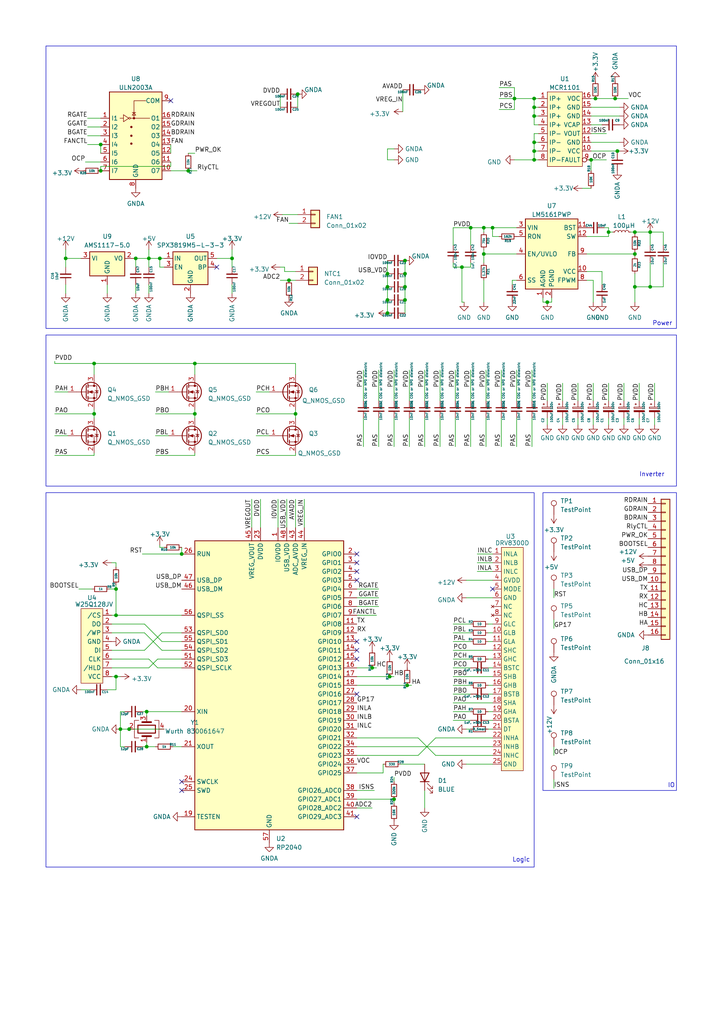
<source format=kicad_sch>
(kicad_sch (version 20230121) (generator eeschema)
  (paper "A4" portrait)
  (junction (at 154.94 46.355))
  (junction (at 154.94 31.115))
  (junction (at 19.05 74.93))
  (junction (at 172.72 28.575))
  (junction (at 83.82 81.28))
  (junction (at 56.515 120.015))
  (junction (at 154.94 33.655))
  (junction (at 43.18 74.93))
  (junction (at 112.395 79.375))
  (junction (at 176.53 67.31))
  (junction (at 117.475 86.995))
  (junction (at 117.475 75.565))
  (junction (at 154.94 28.575))
  (junction (at 33.655 196.215))
  (junction (at 133.985 77.47))
  (junction (at 154.94 41.275))
  (junction (at 118.11 198.755))
  (junction (at 29.21 41.91))
  (junction (at 117.475 79.375))
  (junction (at 27.305 105.41))
  (junction (at 184.15 83.185))
  (junction (at 171.45 46.355))
  (junction (at 184.15 73.66))
  (junction (at 113.03 196.215))
  (junction (at 86.36 27.305))
  (junction (at 34.925 211.455))
  (junction (at 112.395 83.185))
  (junction (at 56.515 105.41))
  (junction (at 117.475 83.185))
  (junction (at 29.21 49.53))
  (junction (at 184.15 67.31))
  (junction (at 136.525 66.04))
  (junction (at 158.75 87.63))
  (junction (at 33.655 178.435))
  (junction (at 140.335 66.04))
  (junction (at 114.3 231.775))
  (junction (at 27.305 120.015))
  (junction (at 67.31 74.93))
  (junction (at 142.875 66.04))
  (junction (at 178.435 28.575))
  (junction (at 188.595 83.185))
  (junction (at 140.335 73.66))
  (junction (at 33.655 170.815))
  (junction (at 52.705 160.655))
  (junction (at 149.225 28.575))
  (junction (at 46.355 74.93))
  (junction (at 188.595 67.31))
  (junction (at 107.95 193.675))
  (junction (at 42.545 206.375))
  (junction (at 179.07 43.815))
  (junction (at 39.37 74.93))
  (junction (at 112.395 86.995))
  (junction (at 85.725 120.015))
  (junction (at 154.94 43.815))
  (junction (at 112.395 90.805))
  (junction (at 37.465 211.455))
  (junction (at 54.61 49.53))
  (junction (at 42.545 216.535))
  (no_connect (at 49.53 29.21))
  (no_connect (at 52.705 229.235))
  (no_connect (at 103.505 236.855))
  (no_connect (at 103.505 186.055))
  (no_connect (at 103.505 168.275))
  (no_connect (at 103.505 160.655))
  (no_connect (at 103.505 163.195))
  (no_connect (at 103.505 201.295))
  (no_connect (at 103.505 165.735))
  (no_connect (at 142.875 170.815))
  (no_connect (at 62.865 77.47))
  (no_connect (at 103.505 188.595))
  (no_connect (at 52.705 226.695))
  (no_connect (at 103.505 191.135))
  (wire (pts (xy 144.78 28.575) (xy 149.225 28.575)))
  (wire (pts (xy 103.505 196.215) (xy 113.03 196.215)))
  (wire (pts (xy 141.605 198.755) (xy 142.875 198.755)))
  (wire (pts (xy 42.545 206.375) (xy 52.705 206.375)))
  (wire (pts (xy 32.385 191.135) (xy 43.18 191.135)))
  (wire (pts (xy 154.94 31.115) (xy 154.94 33.655)))
  (wire (pts (xy 56.515 105.41) (xy 85.725 105.41)))
  (wire (pts (xy 117.475 79.375) (xy 117.475 83.185)))
  (wire (pts (xy 112.395 46.355) (xy 114.3 46.355)))
  (wire (pts (xy 182.88 67.31) (xy 184.15 67.31)))
  (wire (pts (xy 184.15 67.31) (xy 184.15 67.945)))
  (wire (pts (xy 140.335 81.28) (xy 140.335 87.63)))
  (wire (pts (xy 46.355 158.115) (xy 46.355 158.75)))
  (wire (pts (xy 136.525 107.315) (xy 136.525 116.205)))
  (wire (pts (xy 188.595 83.185) (xy 192.405 83.185)))
  (wire (pts (xy 34.925 206.375) (xy 34.925 211.455)))
  (wire (pts (xy 56.515 105.41) (xy 56.515 108.585)))
  (wire (pts (xy 136.525 77.47) (xy 136.525 76.2)))
  (wire (pts (xy 22.86 170.815) (xy 26.67 170.815)))
  (wire (pts (xy 34.925 211.455) (xy 37.465 211.455)))
  (wire (pts (xy 131.445 77.47) (xy 131.445 76.2)))
  (wire (pts (xy 154.94 38.735) (xy 154.94 41.275)))
  (wire (pts (xy 184.15 83.185) (xy 188.595 83.185)))
  (wire (pts (xy 172.72 28.575) (xy 178.435 28.575)))
  (wire (pts (xy 184.15 79.375) (xy 184.15 83.185)))
  (wire (pts (xy 45.085 132.08) (xy 56.515 132.08)))
  (wire (pts (xy 81.28 81.28) (xy 83.82 81.28)))
  (wire (pts (xy 81.28 27.305) (xy 81.28 31.115)))
  (wire (pts (xy 131.445 180.975) (xy 136.525 180.975)))
  (wire (pts (xy 112.395 46.355) (xy 112.395 43.18)))
  (wire (pts (xy 85.725 105.41) (xy 85.725 108.585)))
  (wire (pts (xy 39.37 74.93) (xy 43.18 74.93)))
  (wire (pts (xy 154.94 38.735) (xy 156.21 38.735)))
  (wire (pts (xy 49.53 49.53) (xy 54.61 49.53)))
  (wire (pts (xy 154.94 41.275) (xy 154.94 43.815)))
  (wire (pts (xy 121.285 213.995) (xy 126.365 219.075)))
  (wire (pts (xy 116.205 221.615) (xy 123.19 221.615)))
  (wire (pts (xy 184.15 83.185) (xy 184.15 87.63)))
  (wire (pts (xy 74.295 113.665) (xy 78.105 113.665)))
  (wire (pts (xy 113.03 196.215) (xy 114.3 196.215)))
  (wire (pts (xy 32.385 193.675) (xy 43.18 193.675)))
  (wire (pts (xy 141.605 186.055) (xy 142.875 186.055)))
  (wire (pts (xy 170.18 73.66) (xy 184.15 73.66)))
  (wire (pts (xy 27.305 120.015) (xy 27.305 121.285)))
  (wire (pts (xy 54.61 44.45) (xy 56.515 44.45)))
  (wire (pts (xy 15.875 120.015) (xy 27.305 120.015)))
  (wire (pts (xy 33.655 169.545) (xy 33.655 170.815)))
  (wire (pts (xy 163.195 121.285) (xy 163.195 123.19)))
  (wire (pts (xy 176.53 111.125) (xy 176.53 116.205)))
  (wire (pts (xy 15.875 104.775) (xy 15.875 105.41)))
  (wire (pts (xy 184.15 73.66) (xy 184.15 74.295)))
  (wire (pts (xy 103.505 229.235) (xy 108.585 229.235)))
  (wire (pts (xy 160.655 182.245) (xy 160.655 179.705)))
  (wire (pts (xy 184.15 73.025) (xy 184.15 73.66)))
  (wire (pts (xy 184.15 67.31) (xy 188.595 67.31)))
  (wire (pts (xy 103.505 231.775) (xy 114.3 231.775)))
  (wire (pts (xy 52.705 158.75) (xy 52.705 160.655)))
  (wire (pts (xy 112.395 79.375) (xy 112.395 83.185)))
  (wire (pts (xy 180.975 123.19) (xy 180.975 121.285)))
  (wire (pts (xy 160.655 228.6) (xy 160.655 226.06)))
  (wire (pts (xy 154.305 107.315) (xy 154.305 116.205)))
  (wire (pts (xy 171.45 43.815) (xy 179.07 43.815)))
  (wire (pts (xy 114.3 107.315) (xy 114.3 116.205)))
  (wire (pts (xy 82.55 78.74) (xy 85.725 78.74)))
  (wire (pts (xy 19.05 74.93) (xy 23.495 74.93)))
  (wire (pts (xy 34.925 196.215) (xy 33.655 196.215)))
  (wire (pts (xy 15.875 132.08) (xy 27.305 132.08)))
  (wire (pts (xy 49.53 46.99) (xy 49.53 48.26)))
  (wire (pts (xy 149.225 28.575) (xy 154.94 28.575)))
  (wire (pts (xy 160.655 219.075) (xy 160.655 216.535)))
  (wire (pts (xy 188.595 76.2) (xy 188.595 83.185)))
  (wire (pts (xy 41.275 160.655) (xy 52.705 160.655)))
  (wire (pts (xy 188.595 67.31) (xy 188.595 71.12)))
  (wire (pts (xy 50.165 216.535) (xy 52.705 216.535)))
  (wire (pts (xy 176.53 67.31) (xy 177.8 67.31)))
  (wire (pts (xy 38.735 74.93) (xy 39.37 74.93)))
  (wire (pts (xy 32.385 188.595) (xy 41.91 188.595)))
  (wire (pts (xy 144.78 25.4) (xy 149.225 25.4)))
  (wire (pts (xy 180.975 111.125) (xy 180.975 116.205)))
  (wire (pts (xy 131.445 208.915) (xy 136.525 208.915)))
  (wire (pts (xy 170.18 68.58) (xy 176.53 68.58)))
  (wire (pts (xy 49.53 41.91) (xy 49.53 44.45)))
  (wire (pts (xy 145.415 107.315) (xy 145.415 116.205)))
  (wire (pts (xy 140.335 72.39) (xy 140.335 73.66)))
  (wire (pts (xy 32.385 183.515) (xy 41.91 183.515)))
  (wire (pts (xy 45.72 193.675) (xy 52.705 193.675)))
  (wire (pts (xy 83.82 81.28) (xy 85.725 81.28)))
  (wire (pts (xy 131.445 206.375) (xy 136.525 206.375)))
  (wire (pts (xy 174.625 78.74) (xy 174.625 82.55)))
  (wire (pts (xy 172.085 81.28) (xy 172.085 87.63)))
  (wire (pts (xy 32.385 163.195) (xy 33.655 163.195)))
  (wire (pts (xy 118.745 121.285) (xy 118.745 129.54)))
  (wire (pts (xy 116.84 26.035) (xy 116.84 32.385)))
  (wire (pts (xy 168.91 54.61) (xy 171.45 54.61)))
  (wire (pts (xy 32.385 180.975) (xy 41.91 180.975)))
  (wire (pts (xy 45.085 113.665) (xy 48.895 113.665)))
  (wire (pts (xy 27.305 132.08) (xy 27.305 131.445)))
  (wire (pts (xy 149.225 31.75) (xy 144.78 31.75)))
  (wire (pts (xy 126.365 213.995) (xy 121.285 219.075)))
  (wire (pts (xy 171.45 41.275) (xy 179.705 41.275)))
  (wire (pts (xy 149.225 28.575) (xy 149.225 31.75)))
  (wire (pts (xy 33.655 196.215) (xy 33.655 200.025)))
  (wire (pts (xy 131.445 66.04) (xy 136.525 66.04)))
  (wire (pts (xy 135.255 173.355) (xy 142.875 173.355)))
  (wire (pts (xy 176.53 67.31) (xy 176.53 68.58)))
  (wire (pts (xy 25.4 36.83) (xy 29.21 36.83)))
  (wire (pts (xy 114.3 121.285) (xy 114.3 129.54)))
  (wire (pts (xy 192.405 76.2) (xy 192.405 83.185)))
  (wire (pts (xy 39.37 82.55) (xy 39.37 85.09)))
  (wire (pts (xy 172.085 121.285) (xy 172.085 123.19)))
  (wire (pts (xy 103.505 219.075) (xy 121.285 219.075)))
  (wire (pts (xy 103.505 213.995) (xy 121.285 213.995)))
  (wire (pts (xy 140.335 66.04) (xy 142.875 66.04)))
  (wire (pts (xy 160.655 173.355) (xy 160.655 170.815)))
  (wire (pts (xy 85.725 144.78) (xy 85.725 153.035)))
  (wire (pts (xy 34.925 211.455) (xy 34.925 216.535)))
  (wire (pts (xy 15.875 126.365) (xy 19.685 126.365)))
  (wire (pts (xy 171.45 46.355) (xy 175.895 46.355)))
  (wire (pts (xy 140.97 121.285) (xy 140.97 129.54)))
  (wire (pts (xy 103.505 224.155) (xy 111.125 224.155)))
  (wire (pts (xy 81.915 62.23) (xy 86.36 62.23)))
  (wire (pts (xy 185.42 123.19) (xy 185.42 121.285)))
  (wire (pts (xy 42.545 206.375) (xy 42.545 207.645)))
  (wire (pts (xy 136.525 66.04) (xy 136.525 71.12)))
  (wire (pts (xy 178.435 28.575) (xy 182.245 28.575)))
  (wire (pts (xy 73.025 144.78) (xy 73.025 153.035)))
  (wire (pts (xy 27.305 118.745) (xy 27.305 120.015)))
  (wire (pts (xy 189.865 123.19) (xy 189.865 121.285)))
  (wire (pts (xy 126.365 219.075) (xy 142.875 219.075)))
  (wire (pts (xy 15.875 105.41) (xy 27.305 105.41)))
  (wire (pts (xy 117.475 86.995) (xy 117.475 90.805)))
  (wire (pts (xy 123.19 229.235) (xy 123.19 234.315)))
  (wire (pts (xy 103.505 173.355) (xy 109.855 173.355)))
  (wire (pts (xy 29.21 48.26) (xy 29.21 49.53)))
  (wire (pts (xy 46.355 74.93) (xy 47.625 74.93)))
  (wire (pts (xy 154.94 46.355) (xy 156.21 46.355)))
  (wire (pts (xy 135.255 221.615) (xy 142.875 221.615)))
  (wire (pts (xy 85.725 118.745) (xy 85.725 120.015)))
  (wire (pts (xy 167.64 121.285) (xy 167.64 123.19)))
  (wire (pts (xy 140.335 66.04) (xy 140.335 67.31)))
  (wire (pts (xy 109.855 107.315) (xy 109.855 116.205)))
  (wire (pts (xy 171.45 31.115) (xy 179.705 31.115)))
  (wire (pts (xy 56.515 132.08) (xy 56.515 131.445)))
  (wire (pts (xy 160.02 86.36) (xy 160.02 87.63)))
  (wire (pts (xy 43.18 74.93) (xy 43.18 77.47)))
  (wire (pts (xy 27.305 105.41) (xy 27.305 108.585)))
  (wire (pts (xy 43.18 72.39) (xy 43.18 74.93)))
  (wire (pts (xy 118.745 107.315) (xy 118.745 116.205)))
  (wire (pts (xy 43.18 82.55) (xy 43.18 85.09)))
  (wire (pts (xy 158.75 111.125) (xy 158.75 116.205)))
  (wire (pts (xy 67.31 72.39) (xy 67.31 74.93)))
  (wire (pts (xy 111.125 224.155) (xy 111.125 221.615)))
  (wire (pts (xy 33.655 170.815) (xy 33.655 178.435)))
  (wire (pts (xy 158.75 121.285) (xy 158.75 123.19)))
  (wire (pts (xy 141.605 208.915) (xy 142.875 208.915)))
  (wire (pts (xy 123.19 121.285) (xy 123.19 129.54)))
  (wire (pts (xy 142.875 68.58) (xy 144.78 68.58)))
  (wire (pts (xy 154.94 31.115) (xy 156.21 31.115)))
  (wire (pts (xy 138.43 163.195) (xy 142.875 163.195)))
  (wire (pts (xy 105.41 107.315) (xy 105.41 116.205)))
  (wire (pts (xy 103.505 170.815) (xy 109.855 170.815)))
  (wire (pts (xy 140.335 73.66) (xy 140.335 76.2)))
  (wire (pts (xy 148.59 81.28) (xy 149.86 81.28)))
  (wire (pts (xy 154.94 28.575) (xy 156.21 28.575)))
  (wire (pts (xy 142.875 66.04) (xy 142.875 68.58)))
  (wire (pts (xy 25.4 34.29) (xy 29.21 34.29)))
  (wire (pts (xy 31.75 170.815) (xy 33.655 170.815)))
  (wire (pts (xy 67.31 74.93) (xy 67.31 77.47)))
  (wire (pts (xy 33.655 163.195) (xy 33.655 164.465)))
  (wire (pts (xy 46.99 183.515) (xy 41.91 188.595)))
  (wire (pts (xy 132.08 107.315) (xy 132.08 116.205)))
  (wire (pts (xy 19.05 72.39) (xy 19.05 74.93)))
  (wire (pts (xy 31.115 200.025) (xy 33.655 200.025)))
  (wire (pts (xy 52.705 186.055) (xy 46.99 186.055)))
  (wire (pts (xy 136.525 66.04) (xy 140.335 66.04)))
  (wire (pts (xy 126.365 213.995) (xy 142.875 213.995)))
  (wire (pts (xy 112.395 75.565) (xy 112.395 79.375)))
  (wire (pts (xy 46.99 188.595) (xy 52.705 188.595)))
  (wire (pts (xy 179.07 43.815) (xy 179.705 43.815)))
  (wire (pts (xy 32.385 196.215) (xy 33.655 196.215)))
  (wire (pts (xy 131.445 203.835) (xy 142.875 203.835)))
  (wire (pts (xy 54.61 49.53) (xy 57.15 49.53)))
  (wire (pts (xy 171.45 46.355) (xy 171.45 49.53)))
  (wire (pts (xy 34.925 206.375) (xy 36.195 206.375)))
  (wire (pts (xy 19.05 74.93) (xy 19.05 77.47)))
  (wire (pts (xy 158.75 87.63) (xy 160.02 87.63)))
  (wire (pts (xy 117.475 83.185) (xy 117.475 86.995)))
  (wire (pts (xy 74.295 120.015) (xy 85.725 120.015)))
  (wire (pts (xy 176.53 66.04) (xy 176.53 67.31)))
  (wire (pts (xy 43.18 74.93) (xy 46.355 74.93)))
  (wire (pts (xy 141.605 201.295) (xy 142.875 201.295)))
  (wire (pts (xy 163.195 111.125) (xy 163.195 116.205)))
  (wire (pts (xy 170.18 78.74) (xy 174.625 78.74)))
  (wire (pts (xy 32.385 178.435) (xy 33.655 178.435)))
  (wire (pts (xy 75.565 144.78) (xy 75.565 153.035)))
  (wire (pts (xy 141.605 206.375) (xy 142.875 206.375)))
  (wire (pts (xy 81.28 77.47) (xy 82.55 77.47)))
  (wire (pts (xy 171.45 28.575) (xy 172.72 28.575)))
  (wire (pts (xy 41.275 206.375) (xy 42.545 206.375)))
  (wire (pts (xy 46.99 186.055) (xy 41.91 180.975)))
  (wire (pts (xy 74.295 126.365) (xy 78.105 126.365)))
  (wire (pts (xy 172.085 81.28) (xy 170.18 81.28)))
  (wire (pts (xy 46.355 74.93) (xy 46.355 77.47)))
  (wire (pts (xy 52.705 191.135) (xy 45.72 191.135)))
  (wire (pts (xy 42.545 216.535) (xy 42.545 215.265)))
  (wire (pts (xy 46.355 158.75) (xy 47.625 158.75)))
  (wire (pts (xy 149.225 46.355) (xy 154.94 46.355)))
  (wire (pts (xy 103.505 178.435) (xy 109.22 178.435)))
  (wire (pts (xy 131.445 188.595) (xy 142.875 188.595)))
  (wire (pts (xy 107.95 193.675) (xy 109.22 193.675)))
  (wire (pts (xy 31.115 82.55) (xy 31.115 85.09)))
  (wire (pts (xy 56.515 118.745) (xy 56.515 120.015)))
  (wire (pts (xy 140.335 73.66) (xy 149.86 73.66)))
  (wire (pts (xy 83.185 144.78) (xy 83.185 153.035)))
  (wire (pts (xy 86.36 27.305) (xy 86.36 31.115)))
  (wire (pts (xy 131.445 186.055) (xy 136.525 186.055)))
  (wire (pts (xy 80.645 144.78) (xy 80.645 153.035)))
  (wire (pts (xy 42.545 216.535) (xy 41.275 216.535)))
  (wire (pts (xy 25.4 39.37) (xy 29.21 39.37)))
  (wire (pts (xy 112.395 43.18) (xy 114.3 43.18)))
  (wire (pts (xy 154.94 28.575) (xy 154.94 31.115)))
  (wire (pts (xy 127.635 121.285) (xy 127.635 129.54)))
  (wire (pts (xy 103.505 216.535) (xy 142.875 216.535)))
  (wire (pts (xy 154.94 33.655) (xy 156.21 33.655)))
  (wire (pts (xy 140.97 107.315) (xy 140.97 116.205)))
  (wire (pts (xy 45.72 193.675) (xy 43.18 191.135)))
  (wire (pts (xy 131.445 183.515) (xy 136.525 183.515)))
  (wire (pts (xy 82.55 77.47) (xy 82.55 78.74)))
  (wire (pts (xy 85.725 120.015) (xy 85.725 121.285)))
  (wire (pts (xy 148.59 81.28) (xy 148.59 82.55)))
  (wire (pts (xy 172.085 111.125) (xy 172.085 116.205)))
  (wire (pts (xy 45.72 191.135) (xy 43.18 193.675)))
  (wire (pts (xy 131.445 66.04) (xy 131.445 71.12)))
  (wire (pts (xy 67.31 82.55) (xy 67.31 85.09)))
  (wire (pts (xy 149.86 107.315) (xy 149.86 116.205)))
  (wire (pts (xy 117.475 75.565) (xy 117.475 79.375)))
  (wire (pts (xy 19.05 82.55) (xy 19.05 85.09)))
  (wire (pts (xy 118.11 198.755) (xy 119.38 198.755)))
  (wire (pts (xy 56.515 120.015) (xy 56.515 121.285)))
  (wire (pts (xy 154.305 121.285) (xy 154.305 129.54)))
  (wire (pts (xy 149.225 25.4) (xy 149.225 28.575)))
  (wire (pts (xy 145.415 121.285) (xy 145.415 129.54)))
  (wire (pts (xy 103.505 234.315) (xy 107.95 234.315)))
  (wire (pts (xy 15.875 113.665) (xy 19.685 113.665)))
  (wire (pts (xy 171.45 36.195) (xy 174.625 36.195)))
  (wire (pts (xy 37.465 211.455) (xy 47.625 211.455)))
  (wire (pts (xy 24.765 46.99) (xy 29.21 46.99)))
  (wire (pts (xy 192.405 67.31) (xy 192.405 71.12)))
  (wire (pts (xy 83.82 64.77) (xy 86.36 64.77)))
  (wire (pts (xy 45.085 126.365) (xy 48.895 126.365)))
  (wire (pts (xy 46.355 77.47) (xy 47.625 77.47)))
  (wire (pts (xy 49.53 48.26) (xy 29.21 48.26)))
  (wire (pts (xy 131.445 196.215) (xy 142.875 196.215)))
  (wire (pts (xy 109.855 121.285) (xy 109.855 129.54)))
  (wire (pts (xy 189.865 111.125) (xy 189.865 116.205)))
  (wire (pts (xy 103.505 175.895) (xy 109.855 175.895)))
  (wire (pts (xy 103.505 193.675) (xy 107.95 193.675)))
  (wire (pts (xy 141.605 183.515) (xy 142.875 183.515)))
  (wire (pts (xy 41.91 183.515) (xy 46.99 188.595)))
  (wire (pts (xy 33.655 178.435) (xy 52.705 178.435)))
  (wire (pts (xy 133.985 77.47) (xy 136.525 77.47)))
  (wire (pts (xy 85.725 132.08) (xy 85.725 131.445)))
  (wire (pts (xy 157.48 86.36) (xy 157.48 87.63)))
  (wire (pts (xy 135.255 168.275) (xy 142.875 168.275)))
  (wire (pts (xy 127.635 107.315) (xy 127.635 116.205)))
  (wire (pts (xy 141.605 211.455) (xy 142.875 211.455)))
  (wire (pts (xy 176.53 66.04) (xy 175.26 66.04)))
  (wire (pts (xy 103.505 198.755) (xy 118.11 198.755)))
  (wire (pts (xy 138.43 165.735) (xy 142.875 165.735)))
  (wire (pts (xy 131.445 198.755) (xy 136.525 198.755)))
  (wire (pts (xy 105.41 121.285) (xy 105.41 129.54)))
  (wire (pts (xy 142.875 66.04) (xy 149.86 66.04)))
  (wire (pts (xy 188.595 67.31) (xy 192.405 67.31)))
  (wire (pts (xy 112.395 83.185) (xy 112.395 86.995)))
  (wire (pts (xy 176.53 123.19) (xy 176.53 121.285)))
  (wire (pts (xy 167.64 111.125) (xy 167.64 116.205)))
  (wire (pts (xy 185.42 111.125) (xy 185.42 116.205)))
  (wire (pts (xy 179.07 43.815) (xy 179.07 44.45)))
  (wire (pts (xy 138.43 160.655) (xy 142.875 160.655)))
  (wire (pts (xy 45.085 120.015) (xy 56.515 120.015)))
  (wire (pts (xy 135.255 211.455) (xy 136.525 211.455)))
  (wire (pts (xy 23.495 200.025) (xy 26.035 200.025)))
  (wire (pts (xy 27.305 105.41) (xy 56.515 105.41)))
  (wire (pts (xy 52.705 183.515) (xy 46.99 183.515)))
  (wire (pts (xy 154.94 43.815) (xy 154.94 46.355)))
  (wire (pts (xy 123.19 107.315) (xy 123.19 116.205)))
  (wire (pts (xy 112.395 86.995) (xy 112.395 90.805)))
  (wire (pts (xy 133.985 87.63) (xy 133.985 77.47)))
  (wire (pts (xy 141.605 193.675) (xy 142.875 193.675)))
  (wire (pts (xy 157.48 87.63) (xy 158.75 87.63)))
  (wire (pts (xy 25.4 41.91) (xy 29.21 41.91)))
  (wire (pts (xy 88.265 144.78) (xy 88.265 153.035)))
  (wire (pts (xy 39.37 74.93) (xy 39.37 77.47)))
  (wire (pts (xy 132.08 121.285) (xy 132.08 129.54)))
  (wire (pts (xy 74.295 132.08) (xy 85.725 132.08)))
  (wire (pts (xy 154.94 41.275) (xy 156.21 41.275)))
  (wire (pts (xy 34.925 216.535) (xy 36.195 216.535)))
  (wire (pts (xy 154.94 36.195) (xy 156.21 36.195)))
  (wire (pts (xy 141.605 180.975) (xy 142.875 180.975)))
  (wire (pts (xy 154.94 33.655) (xy 154.94 36.195)))
  (wire (pts (xy 62.865 74.93) (xy 67.31 74.93)))
  (wire (pts (xy 171.45 33.655) (xy 179.705 33.655)))
  (wire (pts (xy 114.3 231.775) (xy 114.3 233.045)))
  (wire (pts (xy 131.445 191.135) (xy 136.525 191.135)))
  (wire (pts (xy 29.21 41.91) (xy 29.21 44.45)))
  (wire (pts (xy 131.445 201.295) (xy 136.525 201.295)))
  (wire (pts (xy 136.525 121.285) (xy 136.525 129.54)))
  (wire (pts (xy 171.45 38.735) (xy 175.895 38.735)))
  (wire (pts (xy 42.545 216.535) (xy 45.085 216.535)))
  (wire (pts (xy 131.445 77.47) (xy 133.985 77.47)))
  (wire (pts (xy 133.985 87.63) (xy 134.62 87.63)))
  (wire (pts (xy 131.445 193.675) (xy 136.525 193.675)))
  (wire (pts (xy 154.94 43.815) (xy 156.21 43.815)))
  (wire (pts (xy 149.86 121.285) (xy 149.86 129.54)))
  (wire (pts (xy 114.3 225.425) (xy 114.3 226.695)))
  (wire (pts (xy 141.605 191.135) (xy 142.875 191.135)))
  (rectangle (start 13.335 13.335) (end 196.215 95.25))
  (rectangle (start 13.335 97.155) (end 196.215 140.97))
  (rectangle (start 13.335 142.875) (end 154.94 251.46))
  (rectangle (start 157.48 142.875) (end 196.215 229.235))
  (text "Inverter" (at 185.42 138.43 0) (effects (font (size 1.27 1.27)) (justify left bottom)))
  (text "IO\n" (at 193.675 228.6 0) (effects (font (size 1.27 1.27)) (justify left bottom)))
  (text "Power\n" (at 189.23 94.615 0) (effects (font (size 1.27 1.27)) (justify left bottom)))
  (text "Logic" (at 148.59 250.19 0) (effects (font (size 1.27 1.27)) (justify left bottom)))
  (label "HC" (at 187.96 176.53 180))
  (label "AVADD" (at 85.725 144.78 270))
  (label "TX" (at 103.505 180.975 0))
  (label "INLB" (at 138.43 163.195 0))
  (label "RDRAIN" (at 49.53 34.29 0))
  (label "PBH" (at 45.085 113.665 0))
  (label "RGATE" (at 25.4 34.29 180))
  (label "PAO" (at 15.875 120.015 0))
  (label "AVADD" (at 116.84 26.035 180))
  (label "PVDD" (at 163.195 111.125 270))
  (label "PVDD" (at 140.97 107.315 270))
  (label "INLA" (at 138.43 165.735 0))
  (label "GDRAIN" (at 187.96 148.59 180))
  (label "RX" (at 103.505 183.515 0))
  (label "BOOTSEL" (at 22.86 170.815 180))
  (label "PVDD" (at 154.305 107.315 270))
  (label "USB_VDD" (at 83.185 144.78 270))
  (label "HA" (at 187.96 181.61 180))
  (label "PCO" (at 74.295 120.015 0))
  (label "GGATE" (at 25.4 36.83 180))
  (label "PAO" (at 131.445 203.835 0))
  (label "PAS" (at 109.855 129.54 90))
  (label "VOC" (at 182.245 28.575 0))
  (label "GGATE" (at 109.855 173.355 180))
  (label "RGATE" (at 109.855 170.815 180))
  (label "OCP" (at 160.655 219.075 0))
  (label "USB_DP" (at 187.96 166.37 180))
  (label "PAS" (at 15.875 132.08 0))
  (label "PAO" (at 131.445 208.915 0))
  (label "DVDD" (at 75.565 144.78 270))
  (label "PVDD" (at 172.085 111.125 270))
  (label "BOOTSEL" (at 187.96 158.75 180))
  (label "VOC" (at 103.505 221.615 0))
  (label "ISNS" (at 175.895 38.735 180))
  (label "BDRAIN" (at 187.96 151.13 180))
  (label "PVDD" (at 118.745 107.315 270))
  (label "PAS" (at 154.305 129.54 90))
  (label "PVDD" (at 109.855 107.315 270))
  (label "ADC2" (at 81.28 81.28 180))
  (label "PAS" (at 118.745 129.54 90))
  (label "ISNS" (at 108.585 229.235 180))
  (label "PVDD" (at 158.75 111.125 270))
  (label "FAN" (at 49.53 41.91 0))
  (label "PVDD" (at 185.42 111.125 270))
  (label "VREG_IN" (at 88.265 144.78 270))
  (label "PWR_OK" (at 56.515 44.45 0))
  (label "PAS" (at 127.635 129.54 90))
  (label "INLB" (at 103.505 208.915 0))
  (label "PVDD" (at 180.975 111.125 270))
  (label "FAN" (at 83.82 64.77 180))
  (label "PAS" (at 145.415 129.54 90))
  (label "PVDD" (at 114.3 107.315 270))
  (label "PCH" (at 131.445 191.135 0))
  (label "PCO" (at 131.445 188.595 0))
  (label "PCS" (at 74.295 132.08 0))
  (label "PAS" (at 140.97 129.54 90))
  (label "PVDD" (at 145.415 107.315 270))
  (label "HB" (at 187.96 179.07 180))
  (label "RlyCTL" (at 187.96 153.67 180))
  (label "PVDD" (at 127.635 107.315 270))
  (label "BGATE" (at 109.855 175.895 180))
  (label "PVDD" (at 131.445 66.04 0))
  (label "PVDD" (at 132.08 107.315 270))
  (label "PVDD" (at 105.41 107.315 270))
  (label "PAS" (at 136.525 129.54 90))
  (label "OCP" (at 24.765 46.99 180))
  (label "PAS" (at 149.86 129.54 90))
  (label "HB" (at 114.3 196.215 0))
  (label "FANCTL" (at 25.4 41.91 180))
  (label "HA" (at 119.38 198.755 0))
  (label "RDRAIN" (at 187.96 146.05 180))
  (label "RST" (at 160.655 173.355 0))
  (label "INLC" (at 138.43 160.655 0))
  (label "USB_VDD" (at 112.395 79.375 180))
  (label "INLA" (at 103.505 206.375 0))
  (label "PVDD" (at 136.525 107.315 270))
  (label "DVDD" (at 81.28 27.305 180))
  (label "GDRAIN" (at 49.53 36.83 0))
  (label "PCO" (at 131.445 193.675 0))
  (label "USB_DM" (at 52.705 170.815 180))
  (label "PAS" (at 114.3 129.54 90))
  (label "PAS" (at 105.41 129.54 90))
  (label "PBS" (at 144.78 28.575 0))
  (label "PAH" (at 15.875 113.665 0))
  (label "IOVDD" (at 112.395 75.565 180))
  (label "PBO" (at 45.085 120.015 0))
  (label "PAL" (at 15.875 126.365 0))
  (label "INLC" (at 103.505 211.455 0))
  (label "PWR_OK" (at 187.96 156.21 180))
  (label "PAS" (at 123.19 129.54 90))
  (label "FANCTL" (at 109.22 178.435 180))
  (label "PAS" (at 144.78 25.4 0))
  (label "ADC2" (at 107.95 234.315 180))
  (label "OCP" (at 175.895 46.355 180))
  (label "PVDD" (at 189.865 111.125 270))
  (label "PBL" (at 45.085 126.365 0))
  (label "RlyCTL" (at 57.15 49.53 0))
  (label "PBH" (at 131.445 198.755 0))
  (label "PBO" (at 131.445 196.215 0))
  (label "PVDD" (at 167.64 111.125 270))
  (label "PVDD" (at 123.19 107.315 270))
  (label "PVDD" (at 114.3 225.425 0))
  (label "HC" (at 109.22 193.675 0))
  (label "TX" (at 187.96 171.45 180))
  (label "PCL" (at 131.445 180.975 0))
  (label "PVDD" (at 15.875 104.775 0))
  (label "PAS" (at 132.08 129.54 90))
  (label "PBS" (at 45.085 132.08 0))
  (label "PCL" (at 74.295 126.365 0))
  (label "GP17" (at 103.505 203.835 0))
  (label "VREGOUT" (at 81.28 31.115 180))
  (label "ISNS" (at 160.655 228.6 0))
  (label "RX" (at 187.96 173.99 180))
  (label "PBO" (at 131.445 201.295 0))
  (label "BDRAIN" (at 49.53 39.37 0))
  (label "PBL" (at 131.445 183.515 0))
  (label "USB_DP" (at 52.705 168.275 180))
  (label "PAL" (at 131.445 186.055 0))
  (label "VREGOUT" (at 73.025 144.78 270))
  (label "BGATE" (at 25.4 39.37 180))
  (label "USB_DM" (at 187.96 168.91 180))
  (label "VREG_IN" (at 116.84 29.845 180))
  (label "PVDD" (at 176.53 111.125 270))
  (label "PCH" (at 74.295 113.665 0))
  (label "PAH" (at 131.445 206.375 0))
  (label "IOVDD" (at 80.645 144.78 270))
  (label "PVDD" (at 149.86 107.315 270))
  (label "PCS" (at 144.78 31.75 0))
  (label "RST" (at 41.275 160.655 180))
  (label "GP17" (at 160.655 182.245 0))
  (symbol (lib_id "Device:C_Small") (at 109.855 118.745 0) (unit 1)
    (property "Reference" "C37" (at 110.49 118.11 90) (effects (font (size 0.635 0.635)) (justify left)))
    (property "Value" "10nF, 100v, C0G or NP0 dielectric" (at 110.49 121.92 90) (effects (font (size 0.635 0.635)) (justify left)))
    (property "Footprint" "Capacitor_SMD:C_1206_3216Metric_Pad1.33x1.80mm_HandSolder" (effects hide))
  )
  (symbol (lib_id "Connector:TestPoint") (at 160.655 170.815 0) (unit 1)
    (property "Reference" "TP3" (at 162.56 166.878 0) (effects (justify left)))
    (property "Value" "TestPoint" (at 162.56 169.418 0) (effects (justify left)))
    (property "Footprint" "TestPoint:TestPoint_Pad_1.5x1.5mm" (effects hide))
  )
  (symbol (lib_id "power:GNDA") (at 83.82 86.36 0) (unit 1)
    (property "Reference" "#PWR040" (effects hide))
    (property "Value" "GNDA" (at 83.82 90.805 0))
  )
  (symbol (lib_id "Device:R_Small") (at 118.11 196.215 180) (unit 1)
    (property "Reference" "R14" (at 117.475 198.755 90) (effects (font (size 0.635 0.635))))
    (property "Value" "10k" (at 118.11 196.215 90) (effects (font (size 0.635 0.635))))
    (property "Footprint" "Resistor_SMD:R_0805_2012Metric_Pad1.20x1.40mm_HandSolder" (effects hide))
  )
  (symbol (lib_id "Device:C_Polarized_Small") (at 176.53 118.745 0) (unit 1)
    (property "Reference" "C1" (at 174.625 122.555 90) (effects (font (size 0.635 0.635)) (justify left)))
    (property "Value" "100uF, 100v" (at 177.8 122.555 90) (effects (font (size 0.635 0.635)) (justify left)))
    (property "Footprint" "Capacitor_THT:CP_Radial_D8.0mm_P3.50mm" (effects hide))
  )
  (symbol (lib_id "Device:C_Small") (at 131.445 73.66 180) (unit 1)
    (property "Reference" "C43" (at 132.08 71.755 90) (effects (font (size 0.635 0.635))))
    (property "Value" "1uF, 100v" (at 132.08 75.565 90) (effects (font (size 0.635 0.635))))
    (property "Footprint" "Capacitor_SMD:C_0805_2012Metric_Pad1.18x1.45mm_HandSolder" (effects hide))
  )
  (symbol (lib_id "Device:C_Small") (at 179.07 46.99 180) (unit 1)
    (property "Reference" "C10" (at 177.8 45.085 90) (effects (font (size 0.635 0.635))))
    (property "Value" "100nF" (at 177.8 48.895 90) (effects (font (size 0.635 0.635))))
    (property "Footprint" "Capacitor_SMD:C_0402_1005Metric_Pad0.74x0.62mm_HandSolder" (effects hide))
  )
  (symbol (lib_id "Connector_Generic:Conn_01x02") (at 90.805 78.74 0) (unit 1)
    (property "Reference" "NTC1" (at 93.98 79.375 0) (effects (justify left)))
    (property "Value" "Conn_01x02" (at 93.98 81.915 0) (effects (justify left)))
    (property "Footprint" "TestPoint:TestPoint_2Pads_Pitch2.54mm_Drill0.8mm" (effects hide))
  )
  (symbol (lib_id "power:GNDA") (at 114.3 43.18 90) (unit 1)
    (property "Reference" "#PWR04" (effects hide))
    (property "Value" "GNDA" (at 117.475 43.18 90) (effects (justify right)))
  )
  (symbol (lib_id "Device:C_Polarized_Small") (at 180.975 118.745 0) (unit 1)
    (property "Reference" "C3" (at 179.07 122.555 90) (effects (font (size 0.635 0.635)) (justify left)))
    (property "Value" "100uF, 100v" (at 182.245 122.555 90) (effects (font (size 0.635 0.635)) (justify left)))
    (property "Footprint" "Capacitor_THT:CP_Radial_D8.0mm_P3.50mm" (effects hide))
  )
  (symbol (lib_id "Device:C_Small") (at 83.82 31.115 90) (unit 1)
    (property "Reference" "C25" (at 85.725 31.75 90) (effects (font (size 0.635 0.635))))
    (property "Value" "100nF" (at 81.28 31.75 90) (effects (font (size 0.635 0.635))))
    (property "Footprint" "Capacitor_SMD:C_0402_1005Metric_Pad0.74x0.62mm_HandSolder" (effects hide))
  )
  (symbol (lib_id "Device:R_Small") (at 54.61 46.99 180) (unit 1)
    (property "Reference" "R27" (at 55.245 49.53 90) (effects (font (size 0.635 0.635))))
    (property "Value" "10k" (at 54.61 46.99 90) (effects (font (size 0.635 0.635))))
    (property "Footprint" "Resistor_SMD:R_0805_2012Metric_Pad1.20x1.40mm_HandSolder" (effects hide))
  )
  (symbol (lib_id "power:GNDA") (at 67.31 85.09 0) (unit 1)
    (property "Reference" "#PWR024" (effects hide))
    (property "Value" "GNDA" (at 67.31 88.265 90) (effects (justify right)))
  )
  (symbol (lib_id "Device:R_Small") (at 184.15 76.835 0) (unit 1)
    (property "Reference" "R23" (at 185.42 76.835 90) (effects (font (size 0.635 0.635))))
    (property "Value" "2k" (at 184.15 76.835 90) (effects (font (size 0.635 0.635))))
    (property "Footprint" "Resistor_SMD:R_0402_1005Metric_Pad0.72x0.64mm_HandSolder" (effects hide))
  )
  (symbol (lib_id "Device:R_Small") (at 47.625 216.535 90) (unit 1)
    (property "Reference" "R11" (at 50.165 215.9 90) (effects (font (size 0.635 0.635))))
    (property "Value" "1k" (at 47.625 216.535 90) (effects (font (size 0.635 0.635))))
    (property "Footprint" "Resistor_SMD:R_0402_1005Metric_Pad0.72x0.64mm_HandSolder" (effects hide))
  )
  (symbol (lib_id "Device:R_Small") (at 113.03 193.675 180) (unit 1)
    (property "Reference" "R13" (at 112.395 196.215 90) (effects (font (size 0.635 0.635))))
    (property "Value" "10k" (at 113.03 193.675 90) (effects (font (size 0.635 0.635))))
    (property "Footprint" "Resistor_SMD:R_0805_2012Metric_Pad1.20x1.40mm_HandSolder" (effects hide))
  )
  (symbol (lib_id "Device:R_Small") (at 50.165 158.75 270) (unit 1)
    (property "Reference" "R10" (at 47.625 159.385 90) (effects (font (size 0.635 0.635))))
    (property "Value" "10k" (at 50.165 158.75 90) (effects (font (size 0.635 0.635))))
    (property "Footprint" "Resistor_SMD:R_0402_1005Metric_Pad0.72x0.64mm_HandSolder" (effects hide))
  )
  (symbol (lib_id "Device:C_Small") (at 114.3 118.745 0) (unit 1)
    (property "Reference" "C38" (at 114.935 118.11 90) (effects (font (size 0.635 0.635)) (justify left)))
    (property "Value" "10nF, 100v, C0G or NP0 dielectric" (at 114.935 121.92 90) (effects (font (size 0.635 0.635)) (justify left)))
    (property "Footprint" "Capacitor_SMD:C_1206_3216Metric_Pad1.33x1.80mm_HandSolder" (effects hide))
  )
  (symbol (lib_id "Device:C_Polarized_Small") (at 189.865 118.745 0) (unit 1)
    (property "Reference" "C7" (at 187.96 122.555 90) (effects (font (size 0.635 0.635)) (justify left)))
    (property "Value" "100uF, 100v" (at 191.135 122.555 90) (effects (font (size 0.635 0.635)) (justify left)))
    (property "Footprint" "Capacitor_THT:CP_Radial_D8.0mm_P3.50mm" (effects hide))
  )
  (symbol (lib_id "Device:Crystal_GND24") (at 42.545 211.455 90) (unit 1)
    (property "Reference" "Y1" (at 56.515 209.5247 90))
    (property "Value" "Wurth 830061647" (at 56.515 212.0647 90))
    (property "Footprint" "Crystal:Crystal_SMD_3225-4Pin_3.2x2.5mm_HandSoldering" (effects hide))
  )
  (symbol (lib_id "Device:C_Small") (at 154.305 118.745 0) (unit 1)
    (property "Reference" "C18" (at 154.94 118.11 90) (effects (font (size 0.635 0.635)) (justify left)))
    (property "Value" "10nF, 100v, C0G or NP0 dielectric" (at 154.94 121.92 90) (effects (font (size 0.635 0.635)) (justify left)))
    (property "Footprint" "Capacitor_SMD:C_1206_3216Metric_Pad1.33x1.80mm_HandSolder" (effects hide))
  )
  (symbol (lib_id "Gate_Drive:MCR1101") (at 158.75 32.385 0) (unit 1)
    (property "Reference" "U1" (at 163.83 22.86 0))
    (property "Value" "MCR1101" (at 163.83 25.4 0))
    (property "Footprint" "Package_SO:SOIC-16W_7.5x10.3mm_P1.27mm" (effects hide))
  )
  (symbol (lib_id "Device:R_Small") (at 29.21 170.815 90) (unit 1)
    (property "Reference" "R8" (at 31.75 170.18 90) (effects (font (size 0.635 0.635))))
    (property "Value" "1k" (at 29.21 170.815 90) (effects (font (size 0.635 0.635))))
    (property "Footprint" "Resistor_SMD:R_0402_1005Metric_Pad0.72x0.64mm_HandSolder" (effects hide))
  )
  (symbol (lib_id "Device:R_Small") (at 139.065 211.455 90) (unit 1)
    (property "Reference" "R1" (at 136.525 212.09 90) (effects (font (size 0.635 0.635))))
    (property "Value" "R_Small" (at 139.065 211.455 90) (effects (font (size 0.635 0.635))))
    (property "Footprint" "Resistor_SMD:R_0805_2012Metric_Pad1.20x1.40mm_HandSolder" (effects hide))
  )
  (symbol (lib_id "Device:R_Small") (at 139.065 180.975 90) (unit 1)
    (property "Reference" "R2" (at 136.525 180.34 90) (effects (font (size 0.635 0.635))))
    (property "Value" "10" (at 139.065 180.975 90) (effects (font (size 0.635 0.635))))
    (property "Footprint" "Resistor_SMD:R_0805_2012Metric_Pad1.20x1.40mm_HandSolder" (effects hide))
  )
  (symbol (lib_id "Device:C_Small") (at 39.37 80.01 180) (unit 1)
    (property "Reference" "C47" (at 40.005 78.105 90) (effects (font (size 0.635 0.635))))
    (property "Value" "10uF" (at 40.005 83.185 90) (effects (font (size 0.635 0.635))))
    (property "Footprint" "Capacitor_SMD:C_0805_2012Metric_Pad1.18x1.45mm_HandSolder" (effects hide))
  )
  (symbol (lib_id "power:GND") (at 114.3 238.125 0) (unit 1)
    (property "Reference" "#PWR063" (effects hide))
    (property "Value" "GND" (at 114.3 241.3 90) (effects (justify right)))
  )
  (symbol (lib_id "Device:C_Small") (at 139.065 208.915 90) (unit 1)
    (property "Reference" "C13" (at 140.97 209.55 90) (effects (font (size 0.635 0.635))))
    (property "Value" "1uF, >50v" (at 137.16 209.55 90) (effects (font (size 0.635 0.635))))
    (property "Footprint" "Capacitor_SMD:C_0603_1608Metric_Pad1.08x0.95mm_HandSolder" (effects hide))
  )
  (symbol (lib_id "power:+12V") (at 19.05 72.39 0) (unit 1)
    (property "Reference" "#PWR026" (effects hide))
    (property "Value" "+12V" (at 19.05 69.215 0))
  )
  (symbol (lib_id "power:GND") (at 172.085 87.63 0) (unit 1)
    (property "Reference" "#PWR061" (effects hide))
    (property "Value" "GND" (at 172.085 92.075 0))
  )
  (symbol (lib_id "Device:R_Small") (at 33.655 167.005 0) (unit 1)
    (property "Reference" "R9" (at 33.02 169.545 90) (effects (font (size 0.635 0.635))))
    (property "Value" "10k" (at 33.655 167.005 90) (effects (font (size 0.635 0.635))))
    (property "Footprint" "Resistor_SMD:R_0402_1005Metric_Pad0.72x0.64mm_HandSolder" (effects hide))
  )
  (symbol (lib_id "Device:C_Small") (at 38.735 216.535 90) (unit 1)
    (property "Reference" "C28" (at 40.64 217.17 90) (effects (font (size 0.635 0.635))))
    (property "Value" "12pF" (at 36.195 217.17 90) (effects (font (size 0.635 0.635))))
    (property "Footprint" "Capacitor_SMD:C_0402_1005Metric_Pad0.74x0.62mm_HandSolder" (effects hide))
  )
  (symbol (lib_id "power:GNDA") (at 179.07 49.53 0) (unit 1)
    (property "Reference" "#PWR047" (effects hide))
    (property "Value" "GNDA" (at 179.07 52.705 90) (effects (justify right)))
  )
  (symbol (lib_id "power:+12V") (at 81.915 62.23 90) (unit 1)
    (property "Reference" "#PWR065" (effects hide))
    (property "Value" "+12V" (at 78.74 62.865 90) (effects (justify left)))
  )
  (symbol (lib_id "power:GNDA") (at 34.925 211.455 270) (unit 1)
    (property "Reference" "#PWR035" (effects hide))
    (property "Value" "GNDA" (at 31.75 211.455 90) (effects (justify right)))
  )
  (symbol (lib_id "Device:R_Small") (at 147.32 68.58 270) (unit 1)
    (property "Reference" "R19" (at 147.32 69.85 90) (effects (font (size 0.635 0.635))))
    (property "Value" "162k" (at 147.32 68.58 90) (effects (font (size 0.635 0.635))))
    (property "Footprint" "Resistor_SMD:R_0402_1005Metric_Pad0.72x0.64mm_HandSolder" (effects hide))
  )
  (symbol (lib_id "Device:C_Small") (at 19.05 80.01 180) (unit 1)
    (property "Reference" "C16" (at 15.24 80.01 90) (effects (font (size 0.635 0.635))))
    (property "Value" "10uF" (at 16.51 80.01 90) (effects (font (size 0.635 0.635))))
    (property "Footprint" "Capacitor_SMD:C_0805_2012Metric_Pad1.18x1.45mm_HandSolder" (effects hide))
  )
  (symbol (lib_id "power:GND") (at 172.085 123.19 0) (unit 1)
    (property "Reference" "#PWR08" (effects hide))
    (property "Value" "GND" (at 172.085 127 0))
  )
  (symbol (lib_id "Device:Q_NMOS_GSD") (at 83.185 126.365 0) (unit 1)
    (property "Reference" "Q3" (at 89.535 125.73 0) (effects (justify left)))
    (property "Value" "Q_NMOS_GSD" (at 86.36 131.445 0) (effects (justify left)))
    (property "Footprint" "Package_TO_SOT_SMD:Infineon_PG-HSOF-8-1" (effects hide))
  )
  (symbol (lib_id "power:GND") (at 140.335 87.63 0) (unit 1)
    (property "Reference" "#PWR057" (effects hide))
    (property "Value" "GND" (at 140.335 92.075 0))
  )
  (symbol (lib_id "Device:Q_NMOS_GSD") (at 24.765 126.365 0) (unit 1)
    (property "Reference" "Q1" (at 31.115 125.73 0) (effects (justify left)))
    (property "Value" "Q_NMOS_GSD" (at 31.115 128.27 0) (effects (justify left)))
    (property "Footprint" "Package_TO_SOT_SMD:Infineon_PG-HSOF-8-1" (effects hide))
  )
  (symbol (lib_id "Device:Q_NMOS_GSD") (at 83.185 113.665 0) (unit 1)
    (property "Reference" "Q6" (at 89.535 113.03 0) (effects (justify left)))
    (property "Value" "Q_NMOS_GSD" (at 87.63 116.205 0) (effects (justify left)))
    (property "Footprint" "Package_TO_SOT_SMD:Infineon_PG-HSOF-8-1" (effects hide))
  )
  (symbol (lib_id "Device:R_Small") (at 140.335 78.74 0) (unit 1)
    (property "Reference" "R21" (at 141.605 78.74 90) (effects (font (size 0.635 0.635))))
    (property "Value" "1.37k" (at 140.335 78.74 90) (effects (font (size 0.635 0.635))))
    (property "Footprint" "Resistor_SMD:R_0402_1005Metric_Pad0.72x0.64mm_HandSolder" (effects hide))
  )
  (symbol (lib_id "Device:C_Small") (at 145.415 118.745 0) (unit 1)
    (property "Reference" "C30" (at 146.05 118.11 90) (effects (font (size 0.635 0.635)) (justify left)))
    (property "Value" "10nF, 100v, C0G or NP0 dielectric" (at 146.05 121.92 90) (effects (font (size 0.635 0.635)) (justify left)))
    (property "Footprint" "Capacitor_SMD:C_1206_3216Metric_Pad1.33x1.80mm_HandSolder" (effects hide))
  )
  (symbol (lib_id "Device:R_Small") (at 26.67 49.53 90) (unit 1)
    (property "Reference" "R26" (at 24.13 50.165 90) (effects (font (size 0.635 0.635))))
    (property "Value" "10k" (at 26.67 49.53 90) (effects (font (size 0.635 0.635))))
    (property "Footprint" "Resistor_SMD:R_0805_2012Metric_Pad1.20x1.40mm_HandSolder" (effects hide))
  )
  (symbol (lib_id "Device:R_Small") (at 83.82 83.82 180) (unit 1)
    (property "Reference" "R12" (at 84.455 86.36 90) (effects (font (size 0.635 0.635))))
    (property "Value" "10k" (at 83.82 83.82 90) (effects (font (size 0.635 0.635))))
    (property "Footprint" "Resistor_SMD:R_0402_1005Metric_Pad0.72x0.64mm_HandSolder" (effects hide))
  )
  (symbol (lib_id "Device:C_Polarized_Small") (at 172.085 118.745 0) (unit 1)
    (property "Reference" "C8" (at 170.815 122.555 90) (effects (font (size 0.635 0.635)) (justify left)))
    (property "Value" "100uF, 100v" (at 173.355 122.555 90) (effects (font (size 0.635 0.635)) (justify left)))
    (property "Footprint" "Capacitor_THT:CP_Radial_D8.0mm_P3.50mm" (effects hide))
  )
  (symbol (lib_id "power:GNDA") (at 135.255 211.455 270) (unit 1)
    (property "Reference" "#PWR010" (effects hide))
    (property "Value" "GNDA" (at 132.08 211.455 90) (effects (justify right)))
  )
  (symbol (lib_id "power:GNDA") (at 179.705 33.655 90) (unit 1)
    (property "Reference" "#PWR044" (effects hide))
    (property "Value" "GNDA" (at 182.88 33.655 90) (effects (justify right)))
  )
  (symbol (lib_id "Device:R_Small") (at 178.435 26.035 180) (unit 1)
    (property "Reference" "R17" (at 177.8 22.86 90) (effects (font (size 0.635 0.635))))
    (property "Value" "10K" (at 178.435 26.035 90) (effects (font (size 0.635 0.635))))
    (property "Footprint" "Resistor_SMD:R_0402_1005Metric_Pad0.72x0.64mm_HandSolder" (effects hide))
  )
  (symbol (lib_id "Connector:TestPoint") (at 160.655 216.535 0) (unit 1)
    (property "Reference" "TP8" (at 162.56 212.598 0) (effects (justify left)))
    (property "Value" "TestPoint" (at 162.56 215.138 0) (effects (justify left)))
    (property "Footprint" "TestPoint:TestPoint_Pad_1.5x1.5mm" (effects hide))
  )
  (symbol (lib_id "Device:C_Small") (at 83.82 27.305 90) (unit 1)
    (property "Reference" "C24" (at 85.725 27.94 90) (effects (font (size 0.635 0.635))))
    (property "Value" "100nF" (at 81.28 27.94 90) (effects (font (size 0.635 0.635))))
    (property "Footprint" "Capacitor_SMD:C_0402_1005Metric_Pad0.74x0.62mm_HandSolder" (effects hide))
  )
  (symbol (lib_id "Device:C_Small") (at 149.86 118.745 0) (unit 1)
    (property "Reference" "C29" (at 150.495 118.11 90) (effects (font (size 0.635 0.635)) (justify left)))
    (property "Value" "10nF, 100v, C0G or NP0 dielectric" (at 150.495 121.92 90) (effects (font (size 0.635 0.635)) (justify left)))
    (property "Footprint" "Capacitor_SMD:C_1206_3216Metric_Pad1.33x1.80mm_HandSolder" (effects hide))
  )
  (symbol (lib_id "Device:R_Small") (at 107.95 191.135 180) (unit 1)
    (property "Reference" "R16" (at 107.315 193.675 90) (effects (font (size 0.635 0.635))))
    (property "Value" "10k" (at 107.95 191.135 90) (effects (font (size 0.635 0.635))))
    (property "Footprint" "Resistor_SMD:R_0805_2012Metric_Pad1.20x1.40mm_HandSolder" (effects hide))
  )
  (symbol (lib_id "power:GNDA") (at 86.36 27.305 90) (unit 1)
    (property "Reference" "#PWR033" (effects hide))
    (property "Value" "GNDA" (at 88.265 26.035 90) (effects (justify right)))
  )
  (symbol (lib_id "power:GNDA") (at 32.385 186.055 90) (unit 1)
    (property "Reference" "#PWR015" (effects hide))
    (property "Value" "GNDA" (at 35.56 186.055 90) (effects (justify right)))
  )
  (symbol (lib_id "power:GND") (at 189.865 123.19 0) (unit 1)
    (property "Reference" "#PWR051" (effects hide))
    (property "Value" "GND" (at 189.865 127 0))
  )
  (symbol (lib_id "Regulator_Linear:AMS1117-5.0") (at 31.115 74.93 0) (unit 1)
    (property "Reference" "U9" (at 31.115 68.58 0))
    (property "Value" "AMS1117-5.0" (at 31.115 71.12 0))
    (property "Footprint" "Package_TO_SOT_SMD:SOT-223-3_TabPin2" (effects hide))
    (property "Datasheet" "http://www.advanced-monolithic.com/pdf/ds1117.pdf" (effects hide))
  )
  (symbol (lib_id "Connector:TestPoint") (at 160.655 189.23 0) (unit 1)
    (property "Reference" "TP6" (at 162.56 185.293 0) (effects (justify left)))
    (property "Value" "TestPoint" (at 162.56 187.833 0) (effects (justify left)))
    (property "Footprint" "TestPoint:TestPoint_Pad_1.5x1.5mm" (effects hide))
  )
  (symbol (lib_id "Device:C_Small") (at 28.575 200.025 90) (unit 1)
    (property "Reference" "C14" (at 30.48 200.66 90) (effects (font (size 0.635 0.635))))
    (property "Value" "100nF" (at 26.035 200.66 90) (effects (font (size 0.635 0.635))))
    (property "Footprint" "Capacitor_SMD:C_0402_1005Metric_Pad0.74x0.62mm_HandSolder" (effects hide))
  )
  (symbol (lib_id "power:GNDA") (at 55.245 85.09 0) (unit 1)
    (property "Reference" "#PWR022" (effects hide))
    (property "Value" "GNDA" (at 55.245 88.265 90) (effects (justify right)))
  )
  (symbol (lib_id "Device:C_Small") (at 174.625 85.09 180) (unit 1)
    (property "Reference" "C40" (at 175.26 83.185 90) (effects (font (size 0.635 0.635))))
    (property "Value" "1uF" (at 175.26 86.995 90) (effects (font (size 0.635 0.635))))
    (property "Footprint" "Capacitor_SMD:C_0603_1608Metric_Pad1.08x0.95mm_HandSolder" (effects hide))
  )
  (symbol (lib_id "power:GNDA") (at 135.255 173.355 270) (unit 1)
    (property "Reference" "#PWR011" (effects hide))
    (property "Value" "GNDA" (at 132.08 173.99 90) (effects (justify right)))
  )
  (symbol (lib_id "Device:C_Small") (at 114.935 90.805 90) (unit 1)
    (property "Reference" "C22" (at 116.84 91.44 90) (effects (font (size 0.635 0.635))))
    (property "Value" "100nF" (at 112.395 91.44 90) (effects (font (size 0.635 0.635))))
    (property "Footprint" "Capacitor_SMD:C_0402_1005Metric_Pad0.74x0.62mm_HandSolder" (effects hide))
  )
  (symbol (lib_id "Device:LED") (at 123.19 225.425 90) (unit 1)
    (property "Reference" "D1" (at 127 226.3775 90) (effects (justify right)))
    (property "Value" "BLUE" (at 127 228.9175 90) (effects (justify right)))
    (property "Footprint" "LED_SMD:LED_0805_2012Metric_Pad1.15x1.40mm_HandSolder" (effects hide))
  )
  (symbol (lib_id "power:+3.3V") (at 113.03 191.135 0) (unit 1)
    (property "Reference" "#PWR038" (effects hide))
    (property "Value" "+3.3V" (at 113.03 187.96 0))
  )
  (symbol (lib_id "power:GNDA") (at 179.705 31.115 90) (unit 1)
    (property "Reference" "#PWR045" (effects hide))
    (property "Value" "GNDA" (at 182.88 31.115 90) (effects (justify right)))
  )
  (symbol (lib_id "Device:C_Small") (at 38.735 206.375 90) (unit 1)
    (property "Reference" "C27" (at 40.64 207.01 90) (effects (font (size 0.635 0.635))))
    (property "Value" "12pF" (at 36.195 207.01 90) (effects (font (size 0.635 0.635))))
    (property "Footprint" "Capacitor_SMD:C_0402_1005Metric_Pad0.74x0.62mm_HandSolder" (effects hide))
  )
  (symbol (lib_id "power:+3.3V") (at 172.72 23.495 0) (unit 1)
    (property "Reference" "#PWR068" (effects hide))
    (property "Value" "+3.3V" (at 172.72 20.955 90) (effects (justify left)))
  )
  (symbol (lib_id "power:GNDA") (at 39.37 54.61 0) (unit 1)
    (property "Reference" "#PWR062" (effects hide))
    (property "Value" "GNDA" (at 39.37 59.055 0))
  )
  (symbol (lib_id "power:GND") (at 174.625 87.63 0) (unit 1)
    (property "Reference" "#PWR054" (effects hide))
    (property "Value" "GND" (at 174.625 92.075 0))
  )
  (symbol (lib_id "power:GNDA") (at 39.37 85.09 0) (unit 1)
    (property "Reference" "#PWR064" (effects hide))
    (property "Value" "GNDA" (at 39.37 88.265 90) (effects (justify right)))
  )
  (symbol (lib_id "Device:R_Small") (at 139.065 198.755 90) (unit 1)
    (property "Reference" "R6" (at 136.525 198.12 90) (effects (font (size 0.635 0.635))))
    (property "Value" "10" (at 139.065 198.755 90) (effects (font (size 0.635 0.635))))
    (property "Footprint" "Resistor_SMD:R_0805_2012Metric_Pad1.20x1.40mm_HandSolder" (effects hide))
  )
  (symbol (lib_id "power:+12V") (at 188.595 67.31 0) (unit 1)
    (property "Reference" "#PWR060" (effects hide))
    (property "Value" "+12V" (at 188.595 64.135 0))
  )
  (symbol (lib_id "Device:C_Small") (at 136.525 73.66 180) (unit 1)
    (property "Reference" "C42" (at 137.16 71.755 90) (effects (font (size 0.635 0.635))))
    (property "Value" "1uF, 100v" (at 137.16 75.565 90) (effects (font (size 0.635 0.635))))
    (property "Footprint" "Capacitor_SMD:C_0805_2012Metric_Pad1.18x1.45mm_HandSolder" (effects hide))
  )
  (symbol (lib_id "Device:C_Polarized_Small") (at 163.195 118.745 0) (unit 1)
    (property "Reference" "C4" (at 161.925 122.555 90) (effects (font (size 0.635 0.635)) (justify left)))
    (property "Value" "100uF, 100v" (at 164.465 122.555 90) (effects (font (size 0.635 0.635)) (justify left)))
    (property "Footprint" "Capacitor_THT:CP_Radial_D8.0mm_P3.50mm" (effects hide))
  )
  (symbol (lib_id "Device:C_Small") (at 139.065 193.675 90) (unit 1)
    (property "Reference" "C11" (at 140.97 194.31 90) (effects (font (size 0.635 0.635))))
    (property "Value" "1uF, >50v" (at 137.16 194.31 90) (effects (font (size 0.635 0.635))))
    (property "Footprint" "Capacitor_SMD:C_0603_1608Metric_Pad1.08x0.95mm_HandSolder" (effects hide))
  )
  (symbol (lib_id "power:GND") (at 176.53 123.19 0) (unit 1)
    (property "Reference" "#PWR048" (effects hide))
    (property "Value" "GND" (at 176.53 127 0))
  )
  (symbol (lib_id "power:+3.3V") (at 24.13 49.53 90) (unit 1)
    (property "Reference" "#PWR066" (effects hide))
    (property "Value" "+3.3V" (at 20.955 50.165 90) (effects (justify left)))
  )
  (symbol (lib_id "power:GNDA") (at 117.475 75.565 90) (unit 1)
    (property "Reference" "#PWR031" (effects hide))
    (property "Value" "GNDA" (at 119.38 74.295 90) (effects (justify right)))
  )
  (symbol (lib_id "Device:C_Small") (at 67.31 80.01 180) (unit 1)
    (property "Reference" "C17" (at 67.945 78.105 90) (effects (font (size 0.635 0.635))))
    (property "Value" "100nF" (at 67.945 83.185 90) (effects (font (size 0.635 0.635))))
    (property "Footprint" "Capacitor_SMD:C_0402_1005Metric_Pad0.74x0.62mm_HandSolder" (effects hide))
  )
  (symbol (lib_id "Gate_Drive:W25Q128JV") (at 26.67 175.26 0) (mirror y) (unit 1)
    (property "Reference" "U4" (at 26.67 173.355 0))
    (property "Value" "W25Q128JV" (at 27.305 175.26 0))
    (property "Footprint" "Package_SO:SOIC-8-1EP_3.9x4.9mm_P1.27mm_EP2.29x3mm" (effects hide))
  )
  (symbol (lib_id "Connector:TestPoint") (at 160.655 149.225 0) (unit 1)
    (property "Reference" "TP1" (at 162.56 145.288 0) (effects (justify left)))
    (property "Value" "TestPoint" (at 162.56 147.828 0) (effects (justify left)))
    (property "Footprint" "TestPoint:TestPoint_Pad_1.5x1.5mm" (effects hide))
  )
  (symbol (lib_id "Device:C_Small") (at 136.525 118.745 0) (unit 1)
    (property "Reference" "C35" (at 137.16 118.11 90) (effects (font (size 0.635 0.635)) (justify left)))
    (property "Value" "10nF, 100v, C0G or NP0 dielectric" (at 137.16 121.92 90) (effects (font (size 0.635 0.635)) (justify left)))
    (property "Footprint" "Capacitor_SMD:C_1206_3216Metric_Pad1.33x1.80mm_HandSolder" (effects hide))
  )
  (symbol (lib_id "power:+12V") (at 135.255 168.275 90) (unit 1)
    (property "Reference" "#PWR012" (effects hide))
    (property "Value" "+12V" (at 132.08 168.91 90) (effects (justify left)))
  )
  (symbol (lib_id "Device:R_Small") (at 114.3 235.585 180) (unit 1)
    (property "Reference" "R25" (at 113.665 232.41 90) (effects (font (size 0.635 0.635))))
    (property "Value" "10K" (at 114.3 235.585 90) (effects (font (size 0.635 0.635))))
    (property "Footprint" "Resistor_SMD:R_0402_1005Metric_Pad0.72x0.64mm_HandSolder" (effects hide))
  )
  (symbol (lib_id "Device:R_Small") (at 114.3 229.235 180) (unit 1)
    (property "Reference" "R24" (at 113.665 226.06 90) (effects (font (size 0.635 0.635))))
    (property "Value" "320k" (at 114.3 229.235 90) (effects (font (size 0.635 0.635))))
    (property "Footprint" "Resistor_SMD:R_0402_1005Metric_Pad0.72x0.64mm_HandSolder" (effects hide))
  )
  (symbol (lib_id "power:GNDA") (at 179.705 36.195 90) (unit 1)
    (property "Reference" "#PWR043" (effects hide))
    (property "Value" "GNDA" (at 182.88 36.195 90) (effects (justify right)))
  )
  (symbol (lib_id "Device:L_Small") (at 180.34 67.31 90) (unit 1)
    (property "Reference" "L1" (at 180.34 62.865 90))
    (property "Value" "100µH" (at 180.975 65.405 90))
    (property "Footprint" "my_footprints:Wurth 74404084560" (effects hide))
  )
  (symbol (lib_id "Device:R_Small") (at 140.335 69.85 0) (unit 1)
    (property "Reference" "R20" (at 141.605 69.85 90) (effects (font (size 0.635 0.635))))
    (property "Value" "75k" (at 140.335 69.85 90) (effects (font (size 0.635 0.635))))
    (property "Footprint" "Resistor_SMD:R_0402_1005Metric_Pad0.72x0.64mm_HandSolder" (effects hide))
  )
  (symbol (lib_id "power:+3.3V") (at 179.705 43.815 270) (unit 1)
    (property "Reference" "#PWR042" (effects hide))
    (property "Value" "+3.3V" (at 182.245 43.815 90) (effects (justify left)))
  )
  (symbol (lib_id "Device:C_Small") (at 114.935 79.375 90) (unit 1)
    (property "Reference" "C19" (at 116.84 80.01 90) (effects (font (size 0.635 0.635))))
    (property "Value" "100nF" (at 112.395 80.01 90) (effects (font (size 0.635 0.635))))
    (property "Footprint" "Capacitor_SMD:C_0402_1005Metric_Pad0.74x0.62mm_HandSolder" (effects hide))
  )
  (symbol (lib_id "power:+3.3V") (at 107.95 188.595 0) (unit 1)
    (property "Reference" "#PWR037" (effects hide))
    (property "Value" "+3.3V" (at 107.95 185.42 0))
  )
  (symbol (lib_id "power:GND") (at 135.255 221.615 270) (unit 1)
    (property "Reference" "#PWR01" (effects hide))
    (property "Value" "GND" (at 132.08 221.615 90) (effects (justify right)))
  )
  (symbol (lib_id "power:+3.3V") (at 34.925 196.215 270) (unit 1)
    (property "Reference" "#PWR017" (effects hide))
    (property "Value" "+3.3V" (at 38.1 196.85 90) (effects (justify left)))
  )
  (symbol (lib_id "Device:C_Small") (at 43.18 80.01 180) (unit 1)
    (property "Reference" "C15" (at 43.815 78.105 90) (effects (font (size 0.635 0.635))))
    (property "Value" "100nF" (at 43.815 83.185 90) (effects (font (size 0.635 0.635))))
    (property "Footprint" "Capacitor_SMD:C_0402_1005Metric_Pad0.74x0.62mm_HandSolder" (effects hide))
  )
  (symbol (lib_id "power:GNDA") (at 43.18 85.09 0) (unit 1)
    (property "Reference" "#PWR023" (effects hide))
    (property "Value" "GNDA" (at 43.18 88.265 90) (effects (justify right)))
  )
  (symbol (lib_id "power:GND") (at 149.225 46.355 270) (unit 1)
    (property "Reference" "#PWR03" (effects hide))
    (property "Value" "GND" (at 145.415 46.99 90) (effects (justify right)))
  )
  (symbol (lib_id "power:+3.3V") (at 67.31 72.39 0) (unit 1)
    (property "Reference" "#PWR028" (effects hide))
    (property "Value" "+3.3V" (at 67.31 69.215 0))
  )
  (symbol (lib_id "power:GNDA") (at 178.435 23.495 180) (unit 1)
    (property "Reference" "#PWR070" (effects hide))
    (property "Value" "GNDA" (at 178.435 20.32 90) (effects (justify right)))
  )
  (symbol (lib_id "power:+3.3V") (at 118.11 193.675 0) (unit 1)
    (property "Reference" "#PWR039" (effects hide))
    (property "Value" "+3.3V" (at 118.11 190.5 0))
  )
  (symbol (lib_id "Device:R_Small") (at 139.065 186.055 90) (unit 1)
    (property "Reference" "R4" (at 136.525 185.42 90) (effects (font (size 0.635 0.635))))
    (property "Value" "10" (at 139.065 186.055 90) (effects (font (size 0.635 0.635))))
    (property "Footprint" "Resistor_SMD:R_0805_2012Metric_Pad1.20x1.40mm_HandSolder" (effects hide))
  )
  (symbol (lib_id "Device:R_Small") (at 113.665 221.615 270) (unit 1)
    (property "Reference" "R28" (at 116.205 220.98 90) (effects (font (size 0.635 0.635))))
    (property "Value" "330" (at 113.665 221.615 90) (effects (font (size 0.635 0.635))))
    (property "Footprint" "Resistor_SMD:R_0402_1005Metric_Pad0.72x0.64mm_HandSolder" (effects hide))
  )
  (symbol (lib_id "Transistor_Array:ULN2003A") (at 39.37 39.37 0) (unit 1)
    (property "Reference" "U8" (at 39.37 22.86 0))
    (property "Value" "ULN2003A" (at 39.37 25.4 0))
    (property "Footprint" "Package_SO:SOIC-16_3.9x9.9mm_P1.27mm" (effects hide))
    (property "Datasheet" "http://www.ti.com/lit/ds/symlink/uln2003a.pdf" (effects hide))
  )
  (symbol (lib_id "Device:C_Polarized_Small") (at 158.75 118.745 0) (unit 1)
    (property "Reference" "C2" (at 157.48 122.555 90) (effects (font (size 0.635 0.635)) (justify left)))
    (property "Value" "100uF, 100v" (at 160.02 122.555 90) (effects (font (size 0.635 0.635)) (justify left)))
    (property "Footprint" "Capacitor_THT:CP_Radial_D8.0mm_P3.50mm" (effects hide))
  )
  (symbol (lib_id "power:+3.3V") (at 81.28 77.47 90) (unit 1)
    (property "Reference" "#PWR041" (effects hide))
    (property "Value" "+3.3V" (at 78.105 78.105 90) (effects (justify left)))
  )
  (symbol (lib_id "power:+5V") (at 43.18 72.39 0) (unit 1)
    (property "Reference" "#PWR027" (effects hide))
    (property "Value" "+5V" (at 43.18 69.215 0))
  )
  (symbol (lib_id "Device:C_Small") (at 140.97 118.745 0) (unit 1)
    (property "Reference" "C31" (at 141.605 118.11 90) (effects (font (size 0.635 0.635)) (justify left)))
    (property "Value" "10nF, 100v, C0G or NP0 dielectric" (at 141.605 121.92 90) (effects (font (size 0.635 0.635)) (justify left)))
    (property "Footprint" "Capacitor_SMD:C_1206_3216Metric_Pad1.33x1.80mm_HandSolder" (effects hide))
  )
  (symbol (lib_id "Device:C_Small") (at 114.935 86.995 90) (unit 1)
    (property "Reference" "C21" (at 116.84 87.63 90) (effects (font (size 0.635 0.635))))
    (property "Value" "100nF" (at 112.395 87.63 90) (effects (font (size 0.635 0.635))))
    (property "Footprint" "Capacitor_SMD:C_0402_1005Metric_Pad0.74x0.62mm_HandSolder" (effects hide))
  )
  (symbol (lib_id "Device:R_Small") (at 171.45 52.07 180) (unit 1)
    (property "Reference" "R18" (at 170.815 48.895 90) (effects (font (size 0.635 0.635))))
    (property "Value" "10K" (at 171.45 52.07 90) (effects (font (size 0.635 0.635))))
    (property "Footprint" "Resistor_SMD:R_0402_1005Metric_Pad0.72x0.64mm_HandSolder" (effects hide))
  )
  (symbol (lib_id "Connector:TestPoint") (at 160.655 179.705 0) (unit 1)
    (property "Reference" "TP5" (at 162.56 175.768 0) (effects (justify left)))
    (property "Value" "TestPoint" (at 162.56 178.308 0) (effects (justify left)))
    (property "Footprint" "TestPoint:TestPoint_Pad_1.5x1.5mm" (effects hide))
  )
  (symbol (lib_id "Device:R_Small") (at 172.72 26.035 180) (unit 1)
    (property "Reference" "R15" (at 172.085 22.86 90) (effects (font (size 0.635 0.635))))
    (property "Value" "10K" (at 172.72 26.035 90) (effects (font (size 0.635 0.635))))
    (property "Footprint" "Resistor_SMD:R_0402_1005Metric_Pad0.72x0.64mm_HandSolder" (effects hide))
  )
  (symbol (lib_id "power:GND") (at 114.3 46.355 90) (unit 1)
    (property "Reference" "#PWR02" (effects hide))
    (property "Value" "GND" (at 117.475 46.355 90) (effects (justify right)))
  )
  (symbol (lib_id "Connector_Generic:Conn_01x16") (at 193.04 163.83 0) (unit 1)
    (property "Reference" "J8" (at 186.055 187.96 0) (effects (justify left)))
    (property "Value" "Conn_01x16" (at 180.975 191.77 0) (effects (justify left)))
    (property "Footprint" "Connector_JST:JST_XH_B16B-XH-A_1x16_P2.50mm_Vertical" (effects hide))
  )
  (symbol (lib_id "power:GND") (at 134.62 87.63 0) (unit 1)
    (property "Reference" "#PWR058" (effects hide))
    (property "Value" "GND" (at 134.62 92.075 0))
  )
  (symbol (lib_id "Device:C_Small") (at 118.745 118.745 0) (unit 1)
    (property "Reference" "C39" (at 119.38 118.11 90) (effects (font (size 0.635 0.635)) (justify left)))
    (property "Value" "10nF, 100v, C0G or NP0 dielectric" (at 119.38 121.92 90) (effects (font (size 0.635 0.635)) (justify left)))
    (property "Footprint" "Capacitor_SMD:C_1206_3216Metric_Pad1.33x1.80mm_HandSolder" (effects hide))
  )
  (symbol (lib_id "power:+12V") (at 160.655 204.47 180) (unit 1)
    (property "Reference" "#PWR036" (effects hide))
    (property "Value" "+12V" (at 159.385 207.645 90) (effects (justify left)))
  )
  (symbol (lib_id "power:+3.3V") (at 46.355 158.115 0) (unit 1)
    (property "Reference" "#PWR030" (effects hide))
    (property "Value" "+3.3V" (at 46.355 154.94 0))
  )
  (symbol (lib_id "Device:C_Small") (at 132.08 118.745 0) (unit 1)
    (property "Reference" "C34" (at 132.715 118.11 90) (effects (font (size 0.635 0.635)) (justify left)))
    (property "Value" "10nF, 100v, C0G or NP0 dielectric" (at 132.715 121.92 90) (effects (font (size 0.635 0.635)) (justify left)))
    (property "Footprint" "Capacitor_SMD:C_1206_3216Metric_Pad1.33x1.80mm_HandSolder" (effects hide))
  )
  (symbol (lib_id "Device:C_Polarized_Small") (at 167.64 118.745 0) (unit 1)
    (property "Reference" "C5" (at 166.37 122.555 90) (effects (font (size 0.635 0.635)) (justify left)))
    (property "Value" "100uF, 100v" (at 168.91 122.555 90) (effects (font (size 0.635 0.635)) (justify left)))
    (property "Footprint" "Capacitor_THT:CP_Radial_D8.0mm_P3.50mm" (effects hide))
  )
  (symbol (lib_id "Regulator_Linear:SPX3819M5-L-3-3") (at 55.245 77.47 0) (unit 1)
    (property "Reference" "U5" (at 55.245 68.58 0))
    (property "Value" "SPX3819M5-L-3-3" (at 55.245 71.12 0))
    (property "Footprint" "Package_TO_SOT_SMD:SOT-23-5" (effects hide))
    (property "Datasheet" "https://www.exar.com/content/document.ashx?id=22106&languageid=1033&type=Datasheet&partnumber=SPX3819&filename=SPX3819.pdf&part=SPX3819" (effects hide))
  )
  (symbol (lib_id "Device:R_Small") (at 139.065 183.515 90) (unit 1)
    (property "Reference" "R3" (at 136.525 182.88 90) (effects (font (size 0.635 0.635))))
    (property "Value" "10" (at 139.065 183.515 90) (effects (font (size 0.635 0.635))))
    (property "Footprint" "Resistor_SMD:R_0805_2012Metric_Pad1.20x1.40mm_HandSolder" (effects hide))
  )
  (symbol (lib_id "Device:C_Small") (at 139.065 201.295 90) (unit 1)
    (property "Reference" "C12" (at 140.97 201.93 90) (effects (font (size 0.635 0.635))))
    (property "Value" "1uF, >50v" (at 137.16 201.93 90) (effects (font (size 0.635 0.635))))
    (property "Footprint" "Capacitor_SMD:C_0603_1608Metric_Pad1.08x0.95mm_HandSolder" (effects hide))
  )
  (symbol (lib_id "Device:Q_NMOS_GSD") (at 53.975 113.665 0) (unit 1)
    (property "Reference" "Q5" (at 60.325 113.03 0) (effects (justify left)))
    (property "Value" "Q_NMOS_GSD" (at 60.325 115.57 0) (effects (justify left)))
    (property "Footprint" "Package_TO_SOT_SMD:Infineon_PG-HSOF-8-1" (effects hide))
  )
  (symbol (lib_id "Device:R_Small") (at 184.15 70.485 0) (unit 1)
    (property "Reference" "R22" (at 185.42 70.485 90) (effects (font (size 0.635 0.635))))
    (property "Value" "10k" (at 184.15 70.485 90) (effects (font (size 0.635 0.635))))
    (property "Footprint" "Resistor_SMD:R_0402_1005Metric_Pad0.72x0.64mm_HandSolder" (effects hide))
  )
  (symbol (lib_id "power:GND") (at 184.15 87.63 0) (unit 1)
    (property "Reference" "#PWR059" (effects hide))
    (property "Value" "GND" (at 184.15 92.075 0))
  )
  (symbol (lib_id "Connector_Generic:Conn_01x02") (at 91.44 62.23 0) (unit 1)
    (property "Reference" "FAN1" (at 94.615 62.865 0) (effects (justify left)))
    (property "Value" "Conn_01x02" (at 94.615 65.405 0) (effects (justify left)))
    (property "Footprint" "TestPoint:TestPoint_2Pads_Pitch2.54mm_Drill0.8mm" (effects hide))
  )
  (symbol (lib_id "Gate_Drive:DRV8300") (at 145.415 160.655 0) (unit 1)
    (property "Reference" "U3" (at 146.685 155.575 0) (effects (justify left)))
    (property "Value" "DRV8300D" (at 148.59 157.48 0))
    (property "Footprint" "Package_DFN_QFN:VQFN-24-1EP_4x4mm_P0.5mm_EP2.5x2.5mm" (effects hide))
  )
  (symbol (lib_id "power:+3.3V") (at 112.395 90.805 90) (unit 1)
    (property "Reference" "#PWR052" (effects hide))
    (property "Value" "+3.3V" (at 108.585 91.44 90) (effects (justify left)))
  )
  (symbol (lib_id "power:GNDA") (at 160.655 189.23 0) (unit 1)
    (property "Reference" "#PWR019" (effects hide))
    (property "Value" "GNDA" (at 160.655 193.04 90) (effects (justify right)))
  )
  (symbol (lib_id "power:GNDA") (at 179.705 41.275 90) (unit 1)
    (property "Reference" "#PWR025" (effects hide))
    (property "Value" "GNDA" (at 182.88 41.275 90) (effects (justify right)))
  )
  (symbol (lib_id "Device:C_Small") (at 114.935 83.185 90) (unit 1)
    (property "Reference" "C20" (at 116.84 83.82 90) (effects (font (size 0.635 0.635))))
    (property "Value" "100nF" (at 112.395 83.82 90) (effects (font (size 0.635 0.635))))
    (property "Footprint" "Capacitor_SMD:C_0402_1005Metric_Pad0.74x0.62mm_HandSolder" (effects hide))
  )
  (symbol (lib_id "power:GNDA") (at 121.92 26.035 90) (unit 1)
    (property "Reference" "#PWR034" (effects hide))
    (property "Value" "GNDA" (at 123.825 24.765 90) (effects (justify right)))
  )
  (symbol (lib_id "power:GND") (at 185.42 123.19 0) (unit 1)
    (property "Reference" "#PWR050" (effects hide))
    (property "Value" "GND" (at 185.42 127 0))
  )
  (symbol (lib_id "MCU_RaspberryPi:RP2040") (at 78.105 198.755 0) (unit 1)
    (property "Reference" "U2" (at 80.0609 243.205 0) (effects (justify left)))
    (property "Value" "RP2040" (at 80.0609 245.745 0) (effects (justify left)))
    (property "Footprint" "Package_DFN_QFN:QFN-56-1EP_7x7mm_P0.4mm_EP3.2x3.2mm" (effects hide))
    (property "Datasheet" "https://datasheets.raspberrypi.com/rp2040/rp2040-datasheet.pdf" (effects hide))
  )
  (symbol (lib_id "power:GNDA") (at 187.96 184.15 270) (unit 1)
    (property "Reference" "#PWR069" (effects hide))
    (property "Value" "GNDA" (at 184.15 184.15 90) (effects (justify right)))
  )
  (symbol (lib_id "power:GND") (at 180.975 123.19 0) (unit 1)
    (property "Reference" "#PWR049" (effects hide))
    (property "Value" "GND" (at 180.975 127 0))
  )
  (symbol (lib_id "Device:C_Small") (at 105.41 118.745 0) (unit 1)
    (property "Reference" "C36" (at 106.045 118.11 90) (effects (font (size 0.635 0.635)) (justify left)))
    (property "Value" "10nF, 100v, C0G or NP0 dielectric" (at 106.045 121.92 90) (effects (font (size 0.635 0.635)) (justify left)))
    (property "Footprint" "Capacitor_SMD:C_1206_3216Metric_Pad1.33x1.80mm_HandSolder" (effects hide))
  )
  (symbol (lib_id "Device:Q_NMOS_GSD") (at 24.765 113.665 0) (unit 1)
    (property "Reference" "Q4" (at 31.115 113.03 0) (effects (justify left)))
    (property "Value" "Q_NMOS_GSD" (at 31.115 115.57 0) (effects (justify left)))
    (property "Footprint" "Package_TO_SOT_SMD:Infineon_PG-HSOF-8-1" (effects hide))
  )
  (symbol (lib_id "power:GND") (at 148.59 87.63 0) (unit 1)
    (property "Reference" "#PWR056" (effects hide))
    (property "Value" "GND" (at 148.59 92.075 0))
  )
  (symbol (lib_id "Device:R_Small") (at 139.065 191.135 90) (unit 1)
    (property "Reference" "R5" (at 136.525 190.5 90) (effects (font (size 0.635 0.635))))
    (property "Value" "10" (at 139.065 191.135 90) (effects (font (size 0.635 0.635))))
    (property "Footprint" "Resistor_SMD:R_0805_2012Metric_Pad1.20x1.40mm_HandSolder" (effects hide))
  )
  (symbol (lib_id "power:GNDA") (at 19.05 85.09 0) (unit 1)
    (property "Reference" "#PWR021" (effects hide))
    (property "Value" "GNDA" (at 19.05 88.265 90) (effects (justify right)))
  )
  (symbol (lib_id "power:+3.3V") (at 32.385 163.195 90) (unit 1)
    (property "Reference" "#PWR018" (effects hide))
    (property "Value" "+3.3V" (at 28.575 163.83 90) (effects (justify left)))
  )
  (symbol (lib_id "power:GNDA") (at 31.115 85.09 0) (unit 1)
    (property "Reference" "#PWR020" (effects hide))
    (property "Value" "GNDA" (at 31.115 88.265 90) (effects (justify right)))
  )
  (symbol (lib_id "power:GND") (at 167.64 123.19 0) (unit 1)
    (property "Reference" "#PWR07" (effects hide))
    (property "Value" "GND" (at 167.64 127 0))
  )
  (symbol (lib_id "power:GNDA") (at 23.495 200.025 270) (unit 1)
    (property "Reference" "#PWR016" (effects hide))
    (property "Value" "GNDA" (at 20.32 200.025 90) (effects (justify right)))
  )
  (symbol (lib_id "power:+3.3V") (at 168.91 54.61 90) (unit 1)
    (property "Reference" "#PWR046" (effects hide))
    (property "Value" "+3.3V" (at 166.37 54.61 90) (effects (justify left)))
  )
  (symbol (lib_id "power:+12V") (at 187.96 161.29 90) (unit 1)
    (property "Reference" "#PWR071" (effects hide))
    (property "Value" "+12V" (at 184.785 160.02 90) (effects (justify left)))
  )
  (symbol (lib_id "Connector:TestPoint") (at 160.655 204.47 0) (unit 1)
    (property "Reference" "TP7" (at 162.56 200.533 0) (effects (justify left)))
    (property "Value" "TestPoint" (at 162.56 203.073 0) (effects (justify left)))
    (property "Footprint" "TestPoint:TestPoint_Pad_1.5x1.5mm" (effects hide))
  )
  (symbol (lib_id "Device:C_Small") (at 114.935 75.565 90) (unit 1)
    (property "Reference" "C23" (at 116.84 76.2 90) (effects (font (size 0.635 0.635))))
    (property "Value" "100nF" (at 112.395 76.2 90) (effects (font (size 0.635 0.635))))
    (property "Footprint" "Capacitor_SMD:C_0402_1005Metric_Pad0.74x0.62mm_HandSolder" (effects hide))
  )
  (symbol (lib_id "Device:C_Small") (at 188.595 73.66 180) (unit 1)
    (property "Reference" "C45" (at 189.23 71.755 90) (effects (font (size 0.635 0.635))))
    (property "Value" "10uF" (at 189.23 75.565 90) (effects (font (size 0.635 0.635))))
    (property "Footprint" "Capacitor_SMD:C_1206_3216Metric_Pad1.33x1.80mm_HandSolder" (effects hide))
  )
  (symbol (lib_id "Device:C_Small") (at 127.635 118.745 0) (unit 1)
    (property "Reference" "C33" (at 128.27 118.11 90) (effects (font (size 0.635 0.635)) (justify left)))
    (property "Value" "10nF, 100v, C0G or NP0 dielectric" (at 128.27 121.92 90) (effects (font (size 0.635 0.635)) (justify left)))
    (property "Footprint" "Capacitor_SMD:C_1206_3216Metric_Pad1.33x1.80mm_HandSolder" (effects hide))
  )
  (symbol (lib_id "Connector:TestPoint") (at 160.655 160.02 0) (unit 1)
    (property "Reference" "TP2" (at 162.56 156.083 0) (effects (justify left)))
    (property "Value" "TestPoint" (at 162.56 158.623 0) (effects (justify left)))
    (property "Footprint" "TestPoint:TestPoint_Pad_1.5x1.5mm" (effects hide))
  )
  (symbol (lib_id "Device:C_Small") (at 148.59 85.09 180) (unit 1)
    (property "Reference" "C41" (at 149.225 83.185 90) (effects (font (size 0.635 0.635))))
    (property "Value" "22nF" (at 149.225 86.995 90) (effects (font (size 0.635 0.635))))
    (property "Footprint" "Capacitor_SMD:C_0603_1608Metric_Pad1.08x0.95mm_HandSolder" (effects hide))
  )
  (symbol (lib_id "power:GND") (at 158.75 123.19 0) (unit 1)
    (property "Reference" "#PWR05" (effects hide))
    (property "Value" "GND" (at 158.75 127 0))
  )
  (symbol (lib_id "power:GND") (at 163.195 123.19 0) (unit 1)
    (property "Reference" "#PWR06" (effects hide))
    (property "Value" "GND" (at 163.195 127 0))
  )
  (symbol (lib_id "Device:C_Small") (at 119.38 26.035 90) (unit 1)
    (property "Reference" "C26" (at 121.285 26.67 90) (effects (font (size 0.635 0.635))))
    (property "Value" "100nF" (at 116.84 26.67 90) (effects (font (size 0.635 0.635))))
    (property "Footprint" "Capacitor_SMD:C_0402_1005Metric_Pad0.74x0.62mm_HandSolder" (effects hide))
  )
  (symbol (lib_id "Device:Q_NMOS_GSD") (at 53.975 126.365 0) (unit 1)
    (property "Reference" "Q2" (at 60.325 125.73 0) (effects (justify left)))
    (property "Value" "Q_NMOS_GSD" (at 60.325 128.27 0) (effects (justify left)))
    (property "Footprint" "Package_TO_SOT_SMD:Infineon_PG-HSOF-8-1" (effects hide))
  )
  (symbol (lib_id "Device:C_Small") (at 177.165 36.195 90) (unit 1)
    (property "Reference" "C9" (at 179.07 34.925 90) (effects (font (size 0.635 0.635))))
    (property "Value" "100nF" (at 175.26 34.925 90) (effects (font (size 0.635 0.635))))
    (property "Footprint" "Capacitor_SMD:C_0402_1005Metric_Pad0.74x0.62mm_HandSolder" (effects hide))
  )
  (symbol (lib_id "Device:C_Small") (at 192.405 73.66 180) (unit 1)
    (property "Reference" "C46" (at 193.04 71.755 90) (effects (font (size 0.635 0.635))))
    (property "Value" "10uF" (at 193.04 75.565 90) (effects (font (size 0.635 0.635))))
    (property "Footprint" "Capacitor_SMD:C_1206_3216Metric_Pad1.33x1.80mm_HandSolder" (effects hide))
  )
  (symbol (lib_id "power:GNDA") (at 52.705 236.855 270) (unit 1)
    (property "Reference" "#PWR032" (effects hide))
    (property "Value" "GNDA" (at 49.53 236.855 90) (effects (justify right)))
  )
  (symbol (lib_id "power:GNDA") (at 78.105 244.475 0) (unit 1)
    (property "Reference" "#PWR09" (effects hide))
    (property "Value" "GNDA" (at 78.105 248.92 0))
  )
  (symbol (lib_id "power:+3.3V") (at 116.84 32.385 90) (unit 1)
    (property "Reference" "#PWR053" (effects hide))
    (property "Value" "+3.3V" (at 113.03 33.02 90) (effects (justify left)))
  )
  (symbol (lib_id "power:GND") (at 158.75 87.63 0) (unit 1)
    (property "Reference" "#PWR055" (effects hide))
    (property "Value" "GND" (at 158.75 92.075 0))
  )
  (symbol (lib_id "Device:C_Polarized_Small") (at 185.42 118.745 0) (unit 1)
    (property "Reference" "C6" (at 183.515 122.555 90) (effects (font (size 0.635 0.635)) (justify left)))
    (property "Value" "100uF, 100v" (at 186.69 122.555 90) (effects (font (size 0.635 0.635)) (justify left)))
    (property "Footprint" "Capacitor_THT:CP_Radial_D8.0mm_P3.50mm" (effects hide))
  )
  (symbol (lib_id "Device:C_Small") (at 172.72 66.04 270) (unit 1)
    (property "Reference" "C44" (at 170.815 65.405 90) (effects (font (size 0.635 0.635))))
    (property "Value" "10nF" (at 174.625 65.405 90) (effects (font (size 0.635 0.635))))
    (property "Footprint" "Capacitor_SMD:C_0603_1608Metric_Pad1.08x0.95mm_HandSolder" (effects hide))
  )
  (symbol (lib_id "Device:R_Small") (at 139.065 206.375 90) (unit 1)
    (property "Reference" "R7" (at 136.525 205.74 90) (effects (font (size 0.635 0.635))))
    (property "Value" "10" (at 139.065 206.375 90) (effects (font (size 0.635 0.635))))
    (property "Footprint" "Resistor_SMD:R_0805_2012Metric_Pad1.20x1.40mm_HandSolder" (effects hide))
  )
  (symbol (lib_id "Connector:TestPoint") (at 160.655 226.06 0) (unit 1)
    (property "Reference" "TP9" (at 162.56 222.123 0) (effects (justify left)))
    (property "Value" "TestPoint" (at 162.56 224.663 0) (effects (justify left)))
    (property "Footprint" "TestPoint:TestPoint_Pad_1.5x1.5mm" (effects hide))
  )
  (symbol (lib_id "power:+5V") (at 187.96 163.83 90) (unit 1)
    (property "Reference" "#PWR013" (effects hide))
    (property "Value" "+5V" (at 184.15 162.56 90) (effects (justify left)))
  )
  (symbol (lib_id "power:+3.3V") (at 160.655 149.225 180) (unit 1)
    (property "Reference" "#PWR014" (effects hide))
    (property "Value" "+3.3V" (at 160.655 153.67 0))
  )
  (symbol (lib_id "power:+5V") (at 160.655 160.02 180) (unit 1)
    (property "Reference" "#PWR029" (effects hide))
    (property "Value" "+5V" (at 161.925 164.465 0) (effects (justify left)))
  )
  (symbol (lib_id "Device:C_Small") (at 123.19 118.745 0) (unit 1)
    (property "Reference" "C32" (at 123.825 118.11 90) (effects (font (size 0.635 0.635)) (justify left)))
    (property "Value" "10nF, 100v, C0G or NP0 dielectric" (at 123.825 121.92 90) (effects (font (size 0.635 0.635)) (justify left)))
    (property "Footprint" "Capacitor_SMD:C_1206_3216Metric_Pad1.33x1.80mm_HandSolder" (effects hide))
  )
  (symbol (lib_id "Regulator_Switching:LM5161PWP") (at 160.02 73.66 0) (unit 1)
    (property "Reference" "U7" (at 160.02 59.69 0))
    (property "Value" "LM5161PWP" (at 160.02 62.23 0))
    (property "Footprint" "Package_SO:HTSSOP-14-1EP_4.4x5mm_P0.65mm_EP3.4x5mm_Mask3x3.1mm" (effects hide))
    (property "Datasheet" "http://www.ti.com/lit/ds/symlink/lm5161.pdf" (effects hide))
  )
  (symbol (lib_id "power:GND") (at 123.19 234.315 0) (unit 1)
    (property "Reference" "#PWR067" (effects hide))
    (property "Value" "GND" (at 123.19 237.49 90) (effects (justify right)))
  )
)
</source>
